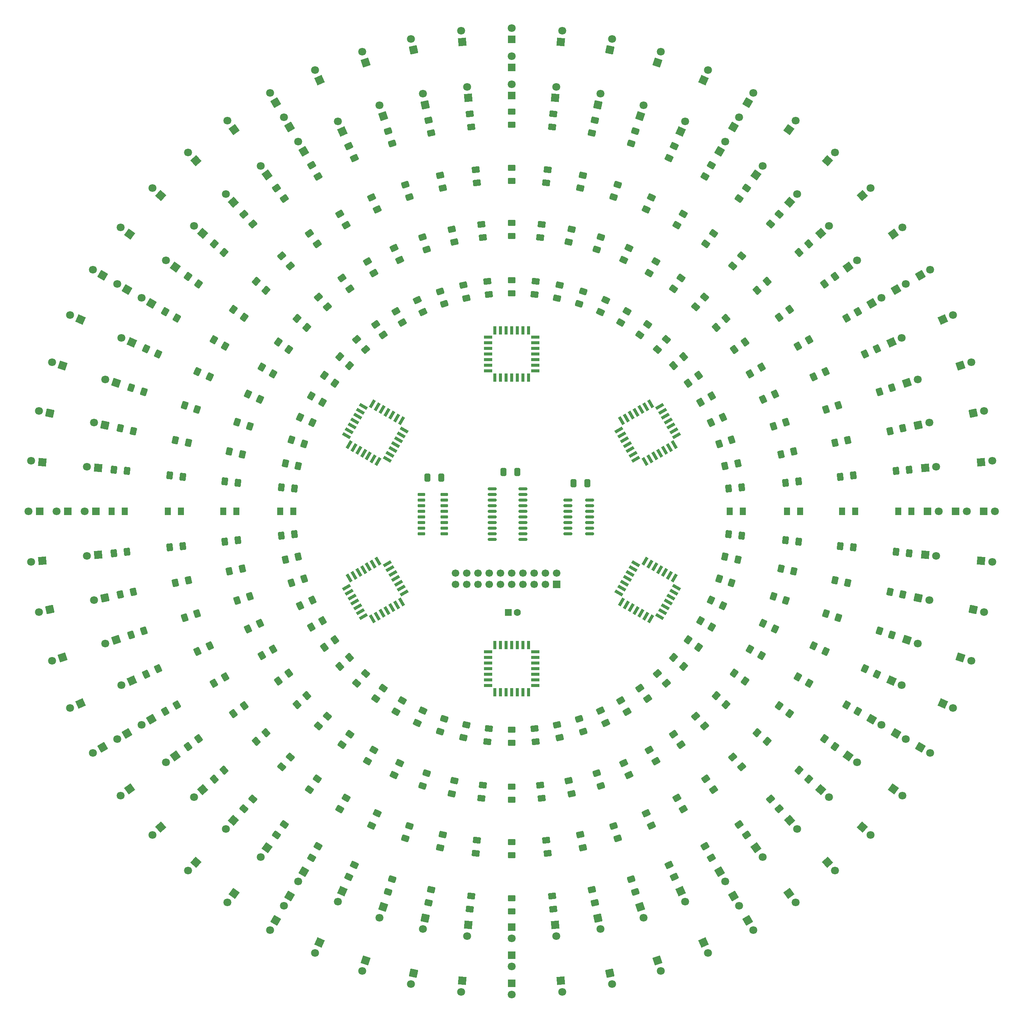
<source format=gbr>
%TF.GenerationSoftware,KiCad,Pcbnew,9.0.7-9.0.7~ubuntu24.04.1*%
%TF.CreationDate,2026-01-21T08:03:13-05:00*%
%TF.ProjectId,LED_clock,4c45445f-636c-46f6-936b-2e6b69636164,rev?*%
%TF.SameCoordinates,Original*%
%TF.FileFunction,Soldermask,Top*%
%TF.FilePolarity,Negative*%
%FSLAX46Y46*%
G04 Gerber Fmt 4.6, Leading zero omitted, Abs format (unit mm)*
G04 Created by KiCad (PCBNEW 9.0.7-9.0.7~ubuntu24.04.1) date 2026-01-21 08:03:13*
%MOMM*%
%LPD*%
G01*
G04 APERTURE LIST*
G04 Aperture macros list*
%AMRoundRect*
0 Rectangle with rounded corners*
0 $1 Rounding radius*
0 $2 $3 $4 $5 $6 $7 $8 $9 X,Y pos of 4 corners*
0 Add a 4 corners polygon primitive as box body*
4,1,4,$2,$3,$4,$5,$6,$7,$8,$9,$2,$3,0*
0 Add four circle primitives for the rounded corners*
1,1,$1+$1,$2,$3*
1,1,$1+$1,$4,$5*
1,1,$1+$1,$6,$7*
1,1,$1+$1,$8,$9*
0 Add four rect primitives between the rounded corners*
20,1,$1+$1,$2,$3,$4,$5,0*
20,1,$1+$1,$4,$5,$6,$7,0*
20,1,$1+$1,$6,$7,$8,$9,0*
20,1,$1+$1,$8,$9,$2,$3,0*%
%AMRotRect*
0 Rectangle, with rotation*
0 The origin of the aperture is its center*
0 $1 length*
0 $2 width*
0 $3 Rotation angle, in degrees counterclockwise*
0 Add horizontal line*
21,1,$1,$2,0,0,$3*%
G04 Aperture macros list end*
%ADD10RotRect,0.700000X1.925000X330.000000*%
%ADD11RotRect,1.925000X0.700000X330.000000*%
%ADD12R,1.925000X0.700000*%
%ADD13R,0.700000X1.925000*%
%ADD14RotRect,0.700000X1.925000X210.000000*%
%ADD15RotRect,1.925000X0.700000X210.000000*%
%ADD16RotRect,0.700000X1.925000X150.000000*%
%ADD17RotRect,1.925000X0.700000X150.000000*%
%ADD18RoundRect,0.250000X0.412500X0.650000X-0.412500X0.650000X-0.412500X-0.650000X0.412500X-0.650000X0*%
%ADD19RotRect,1.800000X1.800000X258.000000*%
%ADD20C,1.800000*%
%ADD21RoundRect,0.250001X0.772515X-0.088036X0.310016X0.713035X-0.772515X0.088036X-0.310016X-0.713035X0*%
%ADD22RoundRect,0.250001X-0.074502X0.773937X-0.761910X0.154993X0.074502X-0.773937X0.761910X-0.154993X0*%
%ADD23RotRect,1.800000X1.800000X150.000000*%
%ADD24RoundRect,0.250001X0.006804X0.777485X-0.741535X0.233785X-0.006804X-0.777485X0.741535X-0.233785X0*%
%ADD25RotRect,1.800000X1.800000X294.000000*%
%ADD26R,1.700000X1.700000*%
%ADD27C,1.700000*%
%ADD28RoundRect,0.250001X-0.773937X-0.074502X-0.154993X-0.761910X0.773937X0.074502X0.154993X0.761910X0*%
%ADD29RoundRect,0.250001X-0.525296X-0.573231X0.394635X-0.669919X0.525296X0.573231X-0.394635X0.669919X0*%
%ADD30RoundRect,0.250001X-0.761910X-0.154993X-0.074502X-0.773937X0.761910X0.154993X0.074502X0.773937X0*%
%ADD31RotRect,1.800000X1.800000X324.000000*%
%ADD32RoundRect,0.250001X0.773937X0.074502X0.154993X0.761910X-0.773937X-0.074502X-0.154993X-0.761910X0*%
%ADD33RoundRect,0.250001X0.632998X0.451489X-0.246727X0.737329X-0.632998X-0.451489X0.246727X-0.737329X0*%
%ADD34RoundRect,0.250001X-0.741535X-0.233785X0.006804X-0.777485X0.741535X0.233785X-0.006804X0.777485X0*%
%ADD35RoundRect,0.250001X-0.233785X0.741535X-0.777485X-0.006804X0.233785X-0.741535X0.777485X0.006804X0*%
%ADD36RotRect,1.800000X1.800000X54.000000*%
%ADD37RotRect,1.800000X1.800000X42.000000*%
%ADD38RotRect,1.800000X1.800000X78.000000*%
%ADD39RoundRect,0.250001X-0.669919X0.394635X-0.573231X-0.525296X0.669919X-0.394635X0.573231X0.525296X0*%
%ADD40RoundRect,0.250001X-0.394635X-0.669919X0.525296X-0.573231X0.394635X0.669919X-0.525296X0.573231X0*%
%ADD41RoundRect,0.250001X-0.310016X0.713035X-0.772515X-0.088036X0.310016X-0.713035X0.772515X0.088036X0*%
%ADD42RoundRect,0.250001X0.382850X-0.676724X0.759080X0.168304X-0.382850X0.676724X-0.759080X-0.168304X0*%
%ADD43RoundRect,0.250001X-0.573231X0.525296X-0.669919X-0.394635X0.573231X-0.525296X0.669919X0.394635X0*%
%ADD44RoundRect,0.250001X0.088036X0.772515X-0.713035X0.310016X-0.088036X-0.772515X0.713035X-0.310016X0*%
%ADD45RoundRect,0.250001X0.246727X0.737329X-0.632998X0.451489X-0.246727X-0.737329X0.632998X-0.451489X0*%
%ADD46RotRect,1.800000X1.800000X144.000000*%
%ADD47RotRect,1.800000X1.800000X204.000000*%
%ADD48RotRect,1.800000X1.800000X30.000000*%
%ADD49RotRect,1.800000X1.800000X84.000000*%
%ADD50RoundRect,0.250001X0.759080X-0.168304X0.382850X0.676724X-0.759080X0.168304X-0.382850X-0.676724X0*%
%ADD51RotRect,1.800000X1.800000X72.000000*%
%ADD52RoundRect,0.250001X-0.777485X0.006804X-0.233785X-0.741535X0.777485X-0.006804X0.233785X0.741535X0*%
%ADD53RoundRect,0.250001X-0.759080X0.168304X-0.382850X-0.676724X0.759080X-0.168304X0.382850X0.676724X0*%
%ADD54RotRect,1.800000X1.800000X318.000000*%
%ADD55RotRect,1.800000X1.800000X60.000000*%
%ADD56RoundRect,0.250001X0.074502X-0.773937X0.761910X-0.154993X-0.074502X0.773937X-0.761910X0.154993X0*%
%ADD57RotRect,1.800000X1.800000X234.000000*%
%ADD58RoundRect,0.250001X-0.088036X-0.772515X0.713035X-0.310016X0.088036X0.772515X-0.713035X0.310016X0*%
%ADD59RotRect,1.800000X1.800000X108.000000*%
%ADD60RotRect,1.800000X1.800000X312.000000*%
%ADD61RotRect,1.800000X1.800000X240.000000*%
%ADD62R,1.800000X1.800000*%
%ADD63RotRect,1.800000X1.800000X228.000000*%
%ADD64RoundRect,0.250001X0.737329X-0.246727X0.451489X0.632998X-0.737329X0.246727X-0.451489X-0.632998X0*%
%ADD65RotRect,1.800000X1.800000X252.000000*%
%ADD66RoundRect,0.250001X-0.006804X-0.777485X0.741535X-0.233785X0.006804X0.777485X-0.741535X0.233785X0*%
%ADD67RoundRect,0.250001X-0.632998X-0.451489X0.246727X-0.737329X0.632998X0.451489X-0.246727X0.737329X0*%
%ADD68RoundRect,0.250001X-0.737329X0.246727X-0.451489X-0.632998X0.737329X-0.246727X0.451489X0.632998X0*%
%ADD69RotRect,1.800000X1.800000X24.000000*%
%ADD70RotRect,1.800000X1.800000X222.000000*%
%ADD71RotRect,1.800000X1.800000X132.000000*%
%ADD72RotRect,1.800000X1.800000X210.000000*%
%ADD73RoundRect,0.250001X0.573231X-0.525296X0.669919X0.394635X-0.573231X0.525296X-0.669919X-0.394635X0*%
%ADD74RoundRect,0.250001X-0.676724X-0.382850X0.168304X-0.759080X0.676724X0.382850X-0.168304X0.759080X0*%
%ADD75RoundRect,0.250001X0.451489X-0.632998X0.737329X0.246727X-0.451489X0.632998X-0.737329X-0.246727X0*%
%ADD76RoundRect,0.250001X-0.624999X0.462499X-0.624999X-0.462499X0.624999X-0.462499X0.624999X0.462499X0*%
%ADD77RotRect,1.800000X1.800000X102.000000*%
%ADD78RoundRect,0.250001X0.741535X0.233785X-0.006804X0.777485X-0.741535X-0.233785X0.006804X-0.777485X0*%
%ADD79RotRect,1.800000X1.800000X138.000000*%
%ADD80RoundRect,0.250001X-0.451489X0.632998X-0.737329X-0.246727X0.451489X-0.632998X0.737329X0.246727X0*%
%ADD81RoundRect,0.250001X0.777485X-0.006804X0.233785X0.741535X-0.777485X0.006804X-0.233785X-0.741535X0*%
%ADD82RoundRect,0.250001X0.310016X-0.713035X0.772515X0.088036X-0.310016X0.713035X-0.772515X-0.088036X0*%
%ADD83RotRect,1.800000X1.800000X192.000000*%
%ADD84RoundRect,0.250001X0.761910X0.154993X0.074502X0.773937X-0.761910X-0.154993X-0.074502X-0.773937X0*%
%ADD85RoundRect,0.250001X0.394635X0.669919X-0.525296X0.573231X-0.394635X-0.669919X0.525296X-0.573231X0*%
%ADD86RoundRect,0.250001X-0.154993X0.761910X-0.773937X0.074502X0.154993X-0.761910X0.773937X-0.074502X0*%
%ADD87RoundRect,0.250001X0.168304X0.759080X-0.676724X0.382850X-0.168304X-0.759080X0.676724X-0.382850X0*%
%ADD88RoundRect,0.250001X-0.772515X0.088036X-0.310016X-0.713035X0.772515X-0.088036X0.310016X0.713035X0*%
%ADD89RotRect,1.800000X1.800000X276.000000*%
%ADD90RoundRect,0.250001X0.233785X-0.741535X0.777485X0.006804X-0.233785X0.741535X-0.777485X-0.006804X0*%
%ADD91RotRect,1.800000X1.800000X48.000000*%
%ADD92RoundRect,0.250001X0.462499X0.624999X-0.462499X0.624999X-0.462499X-0.624999X0.462499X-0.624999X0*%
%ADD93RoundRect,0.250001X-0.713035X-0.310016X0.088036X-0.772515X0.713035X0.310016X-0.088036X0.772515X0*%
%ADD94RotRect,1.800000X1.800000X348.000000*%
%ADD95RotRect,1.800000X1.800000X66.000000*%
%ADD96RotRect,1.800000X1.800000X288.000000*%
%ADD97RotRect,1.800000X1.800000X156.000000*%
%ADD98RoundRect,0.250001X0.669919X-0.394635X0.573231X0.525296X-0.669919X0.394635X-0.573231X-0.525296X0*%
%ADD99RoundRect,0.250001X-0.168304X-0.759080X0.676724X-0.382850X0.168304X0.759080X-0.676724X0.382850X0*%
%ADD100RotRect,1.800000X1.800000X96.000000*%
%ADD101RoundRect,0.250001X0.154993X-0.761910X0.773937X-0.074502X-0.154993X0.761910X-0.773937X0.074502X0*%
%ADD102RotRect,1.800000X1.800000X246.000000*%
%ADD103RotRect,1.800000X1.800000X300.000000*%
%ADD104RotRect,1.800000X1.800000X336.000000*%
%ADD105RotRect,1.800000X1.800000X330.000000*%
%ADD106RoundRect,0.250001X0.707500X-0.322448X0.515182X0.582337X-0.707500X0.322448X-0.515182X-0.582337X0*%
%ADD107RoundRect,0.250001X-0.582337X-0.515182X0.322448X-0.707500X0.582337X0.515182X-0.322448X0.707500X0*%
%ADD108RoundRect,0.250001X0.322448X0.707500X-0.582337X0.515182X-0.322448X-0.707500X0.582337X-0.515182X0*%
%ADD109RotRect,1.800000X1.800000X198.000000*%
%ADD110RoundRect,0.250001X0.676724X0.382850X-0.168304X0.759080X-0.676724X-0.382850X0.168304X-0.759080X0*%
%ADD111RoundRect,0.150000X-0.825000X-0.150000X0.825000X-0.150000X0.825000X0.150000X-0.825000X0.150000X0*%
%ADD112RotRect,1.800000X1.800000X342.000000*%
%ADD113RotRect,1.800000X1.800000X264.000000*%
%ADD114RotRect,1.800000X1.800000X120.000000*%
%ADD115RoundRect,0.250001X-0.462499X-0.624999X0.462499X-0.624999X0.462499X0.624999X-0.462499X0.624999X0*%
%ADD116RotRect,1.800000X1.800000X174.000000*%
%ADD117RoundRect,0.250001X-0.246727X-0.737329X0.632998X-0.451489X0.246727X0.737329X-0.632998X0.451489X0*%
%ADD118RotRect,1.800000X1.800000X36.000000*%
%ADD119RoundRect,0.250001X0.515182X-0.582337X0.707500X0.322448X-0.515182X0.582337X-0.707500X-0.322448X0*%
%ADD120RoundRect,0.250001X-0.382850X0.676724X-0.759080X-0.168304X0.382850X-0.676724X0.759080X0.168304X0*%
%ADD121RotRect,1.800000X1.800000X126.000000*%
%ADD122RotRect,1.800000X1.800000X6.000000*%
%ADD123RoundRect,0.250001X-0.515182X0.582337X-0.707500X-0.322448X0.515182X-0.582337X0.707500X0.322448X0*%
%ADD124RoundRect,0.250001X0.624999X-0.462499X0.624999X0.462499X-0.624999X0.462499X-0.624999X-0.462499X0*%
%ADD125RoundRect,0.250001X-0.707500X0.322448X-0.515182X-0.582337X0.707500X-0.322448X0.515182X0.582337X0*%
%ADD126RotRect,1.800000X1.800000X168.000000*%
%ADD127RoundRect,0.150000X-0.837500X-0.150000X0.837500X-0.150000X0.837500X0.150000X-0.837500X0.150000X0*%
%ADD128RotRect,1.800000X1.800000X12.000000*%
%ADD129RotRect,1.800000X1.800000X282.000000*%
%ADD130RotRect,1.800000X1.800000X354.000000*%
%ADD131RotRect,1.800000X1.800000X216.000000*%
%ADD132RoundRect,0.250001X0.525296X0.573231X-0.394635X0.669919X-0.525296X-0.573231X0.394635X-0.669919X0*%
%ADD133RotRect,1.800000X1.800000X186.000000*%
%ADD134RoundRect,0.250001X0.582337X0.515182X-0.322448X0.707500X-0.582337X-0.515182X0.322448X-0.707500X0*%
%ADD135RoundRect,0.250001X-0.322448X-0.707500X0.582337X-0.515182X0.322448X0.707500X-0.582337X0.515182X0*%
%ADD136RotRect,1.800000X1.800000X114.000000*%
%ADD137RotRect,1.800000X1.800000X162.000000*%
%ADD138RotRect,1.800000X1.800000X18.000000*%
%ADD139RoundRect,0.250001X0.713035X0.310016X-0.088036X0.772515X-0.713035X-0.310016X0.088036X-0.772515X0*%
%ADD140RotRect,1.800000X1.800000X306.000000*%
%ADD141RoundRect,0.250000X-0.550000X-0.550000X0.550000X-0.550000X0.550000X0.550000X-0.550000X0.550000X0*%
%ADD142C,1.600000*%
%ADD143RotRect,0.700000X1.925000X30.000000*%
%ADD144RotRect,1.925000X0.700000X30.000000*%
%ADD145RoundRect,0.150000X-0.725000X-0.150000X0.725000X-0.150000X0.725000X0.150000X-0.725000X0.150000X0*%
G04 APERTURE END LIST*
D10*
%TO.C,U5*%
X287457113Y-190970580D03*
X286357261Y-190335580D03*
X285257408Y-189700580D03*
X284157556Y-189065580D03*
D11*
X282091443Y-189619193D03*
X281456443Y-190719045D03*
X280821443Y-191818898D03*
X280186443Y-192918750D03*
X279551443Y-194018602D03*
X278916443Y-195118455D03*
X278281443Y-196218307D03*
D10*
X278835056Y-198284420D03*
X279934908Y-198919420D03*
X281034761Y-199554420D03*
X282134613Y-200189420D03*
X283234465Y-200824420D03*
X284334318Y-201459420D03*
X285434170Y-202094420D03*
D11*
X287500283Y-201540807D03*
X288135283Y-200440955D03*
X288770283Y-199341102D03*
X289405283Y-198241250D03*
X290040283Y-197141398D03*
X290675283Y-196041545D03*
X291310283Y-194941693D03*
D10*
X290756670Y-192875580D03*
X289656818Y-192240580D03*
X288556965Y-191605580D03*
%TD*%
D12*
%TO.C,U4*%
X259322500Y-213360000D03*
X259322500Y-212090000D03*
X259322500Y-210820000D03*
X259322500Y-209550000D03*
D13*
X257810000Y-208037500D03*
X256540000Y-208037500D03*
X255270000Y-208037500D03*
X254000000Y-208037500D03*
X252730000Y-208037500D03*
X251460000Y-208037500D03*
X250190000Y-208037500D03*
D12*
X248677500Y-209550000D03*
X248677500Y-210820000D03*
X248677500Y-212090000D03*
X248677500Y-213360000D03*
X248677500Y-214630000D03*
X248677500Y-215900000D03*
X248677500Y-217170000D03*
D13*
X250190000Y-218682500D03*
X251460000Y-218682500D03*
X252730000Y-218682500D03*
X254000000Y-218682500D03*
X255270000Y-218682500D03*
X256540000Y-218682500D03*
X257810000Y-218682500D03*
D12*
X259322500Y-217170000D03*
X259322500Y-215900000D03*
X259322500Y-214630000D03*
%TD*%
D14*
%TO.C,U3*%
X225865387Y-200189420D03*
X226965239Y-199554420D03*
X228065092Y-198919420D03*
X229164944Y-198284420D03*
D15*
X229718557Y-196218307D03*
X229083557Y-195118455D03*
X228448557Y-194018602D03*
X227813557Y-192918750D03*
X227178557Y-191818898D03*
X226543557Y-190719045D03*
X225908557Y-189619193D03*
D14*
X223842444Y-189065580D03*
X222742592Y-189700580D03*
X221642739Y-190335580D03*
X220542887Y-190970580D03*
X219443035Y-191605580D03*
X218343182Y-192240580D03*
X217243330Y-192875580D03*
D15*
X216689717Y-194941693D03*
X217324717Y-196041545D03*
X217959717Y-197141398D03*
X218594717Y-198241250D03*
X219229717Y-199341102D03*
X219864717Y-200440955D03*
X220499717Y-201540807D03*
D14*
X222565830Y-202094420D03*
X223665682Y-201459420D03*
X224765535Y-200824420D03*
%TD*%
D16*
%TO.C,U2*%
X220542887Y-164629420D03*
X221642739Y-165264420D03*
X222742592Y-165899420D03*
X223842444Y-166534420D03*
D17*
X225908557Y-165980807D03*
X226543557Y-164880955D03*
X227178557Y-163781102D03*
X227813557Y-162681250D03*
X228448557Y-161581398D03*
X229083557Y-160481545D03*
X229718557Y-159381693D03*
D16*
X229164944Y-157315580D03*
X228065092Y-156680580D03*
X226965239Y-156045580D03*
X225865387Y-155410580D03*
X224765535Y-154775580D03*
X223665682Y-154140580D03*
X222565830Y-153505580D03*
D17*
X220499717Y-154059193D03*
X219864717Y-155159045D03*
X219229717Y-156258898D03*
X218594717Y-157358750D03*
X217959717Y-158458602D03*
X217324717Y-159558455D03*
X216689717Y-160658307D03*
D16*
X217243330Y-162724420D03*
X218343182Y-163359420D03*
X219443035Y-163994420D03*
%TD*%
D12*
%TO.C,U1*%
X248677500Y-142240000D03*
X248677500Y-143510000D03*
X248677500Y-144780000D03*
X248677500Y-146050000D03*
D13*
X250190000Y-147562500D03*
X251460000Y-147562500D03*
X252730000Y-147562500D03*
X254000000Y-147562500D03*
X255270000Y-147562500D03*
X256540000Y-147562500D03*
X257810000Y-147562500D03*
D12*
X259322500Y-146050000D03*
X259322500Y-144780000D03*
X259322500Y-143510000D03*
X259322500Y-142240000D03*
X259322500Y-140970000D03*
X259322500Y-139700000D03*
X259322500Y-138430000D03*
D13*
X257810000Y-136917500D03*
X256540000Y-136917500D03*
X255270000Y-136917500D03*
X254000000Y-136917500D03*
X252730000Y-136917500D03*
X251460000Y-136917500D03*
X250190000Y-136917500D03*
D12*
X248677500Y-138430000D03*
X248677500Y-139700000D03*
X248677500Y-140970000D03*
%TD*%
D18*
%TO.C,C6*%
X255280000Y-168910000D03*
X252155000Y-168910000D03*
%TD*%
%TO.C,C2*%
X271095000Y-171450000D03*
X267970000Y-171450000D03*
%TD*%
%TO.C,C1*%
X238075000Y-170180000D03*
X234950000Y-170180000D03*
%TD*%
D19*
%TO.C,D41*%
X234460459Y-269726312D03*
D20*
X233932363Y-272210807D03*
%TD*%
D21*
%TO.C,D198*%
X222885000Y-123907239D03*
X221397500Y-121330813D03*
%TD*%
D22*
%TO.C,D155*%
X198477792Y-227792420D03*
X196266936Y-229783084D03*
%TD*%
D23*
%TO.C,D23*%
X172610933Y-130810000D03*
D20*
X170411228Y-129540000D03*
%TD*%
D24*
%TO.C,D94*%
X183281802Y-229179778D03*
X180874976Y-230928440D03*
%TD*%
D25*
%TO.C,D47*%
X292225110Y-263655002D03*
D20*
X293258221Y-265975407D03*
%TD*%
D26*
%TO.C,J1*%
X264160000Y-194310000D03*
D27*
X264160000Y-191770000D03*
X261620000Y-194310000D03*
X261620000Y-191770000D03*
X259080000Y-194310000D03*
X259080000Y-191770000D03*
X256540000Y-194310000D03*
X256540000Y-191770000D03*
X254000000Y-194310000D03*
X254000000Y-191770000D03*
X251460000Y-194310000D03*
X251460000Y-191770000D03*
X248920000Y-194310000D03*
X248920000Y-191770000D03*
X246380000Y-194310000D03*
X246380000Y-191770000D03*
X243840000Y-194310000D03*
X243840000Y-191770000D03*
X241300000Y-194310000D03*
X241300000Y-191770000D03*
%TD*%
D28*
%TO.C,D230*%
X295639997Y-224045902D03*
X297630661Y-226256758D03*
%TD*%
D29*
%TO.C,D177*%
X328303217Y-185609583D03*
X331261919Y-185920555D03*
%TD*%
D30*
%TO.C,D171*%
X309522208Y-227792420D03*
X311733064Y-229783084D03*
%TD*%
D31*
%TO.C,D52*%
X330031417Y-233040058D03*
D20*
X332086320Y-234533033D03*
%TD*%
D32*
%TO.C,D260*%
X221003497Y-141153671D03*
X219012833Y-138942815D03*
%TD*%
%TO.C,D200*%
X212360003Y-131554098D03*
X210369339Y-129343242D03*
%TD*%
D33*
%TO.C,D85*%
X170865773Y-150788052D03*
X168036379Y-149868726D03*
%TD*%
D34*
%TO.C,D292*%
X293894650Y-206785160D03*
X296301476Y-208533822D03*
%TD*%
D35*
%TO.C,D97*%
X202620222Y-248518198D03*
X200871560Y-250925024D03*
%TD*%
D36*
%TO.C,D67*%
X309240058Y-101768583D03*
D20*
X310733033Y-99713680D03*
%TD*%
D37*
%TO.C,D365*%
X333278690Y-106417147D03*
D20*
X335166278Y-104717555D03*
%TD*%
D38*
%TO.C,D71*%
X273539541Y-85873688D03*
D20*
X274067637Y-83389193D03*
%TD*%
D39*
%TO.C,D224*%
X260504806Y-239689098D03*
X260815778Y-242647800D03*
%TD*%
D40*
%TO.C,D239*%
X315889098Y-171295194D03*
X318847800Y-170984222D03*
%TD*%
D41*
%TO.C,D278*%
X229343750Y-220505878D03*
X227856250Y-223082304D03*
%TD*%
D42*
%TO.C,D309*%
X274057200Y-132750790D03*
X275267242Y-130032992D03*
%TD*%
D24*
%TO.C,D214*%
X203654873Y-214377876D03*
X201248047Y-216126538D03*
%TD*%
D43*
%TO.C,D102*%
X244862906Y-264733645D03*
X244551934Y-267692347D03*
%TD*%
D44*
%TO.C,D153*%
X189297077Y-215156250D03*
X186720651Y-216643750D03*
%TD*%
D45*
%TO.C,D91*%
X170865773Y-204811948D03*
X168036379Y-205731274D03*
%TD*%
D46*
%TO.C,D322*%
X167694067Y-115095069D03*
D20*
X165639164Y-113602094D03*
%TD*%
D47*
%TO.C,D332*%
X156542971Y-221190665D03*
D20*
X154222566Y-222223776D03*
%TD*%
D48*
%TO.C,D63*%
X335389067Y-130810000D03*
D20*
X337588772Y-129540000D03*
%TD*%
D49*
%TO.C,D72*%
X263823585Y-84334832D03*
D20*
X264089087Y-81808746D03*
%TD*%
D50*
%TO.C,D257*%
X233942800Y-132750790D03*
X232732758Y-130032992D03*
%TD*%
D51*
%TO.C,D70*%
X283041417Y-88419709D03*
D20*
X283826320Y-86004025D03*
%TD*%
D52*
%TO.C,D229*%
X290577876Y-228145127D03*
X292326538Y-230551953D03*
%TD*%
D53*
%TO.C,D167*%
X284388311Y-246053265D03*
X285598353Y-248771063D03*
%TD*%
D54*
%TO.C,D51*%
X323840751Y-240684894D03*
D20*
X325728339Y-242384486D03*
%TD*%
D55*
%TO.C,D68*%
X300990000Y-96410933D03*
D20*
X302260000Y-94211228D03*
%TD*%
D53*
%TO.C,D227*%
X279311221Y-234649934D03*
X280521263Y-237367732D03*
%TD*%
D56*
%TO.C,D185*%
X309522208Y-127807580D03*
X311733064Y-125816916D03*
%TD*%
D57*
%TO.C,D337*%
X191295069Y-264105933D03*
D20*
X189802094Y-266160836D03*
%TD*%
D58*
%TO.C,D243*%
X307892761Y-146685000D03*
X310469187Y-145197500D03*
%TD*%
D50*
%TO.C,D77*%
X218446133Y-97944708D03*
X217236091Y-95226910D03*
%TD*%
D59*
%TO.C,D16*%
X224958583Y-88419709D03*
D20*
X224173680Y-86004025D03*
%TD*%
D60*
%TO.C,D350*%
X325382853Y-257078690D03*
D20*
X327082445Y-258966278D03*
%TD*%
D61*
%TO.C,D38*%
X207010000Y-259189067D03*
D20*
X205740000Y-261388772D03*
%TD*%
D62*
%TO.C,D7*%
X254000000Y-278125000D03*
D20*
X254000000Y-280665000D03*
%TD*%
D62*
%TO.C,D358*%
X360680000Y-177800000D03*
D20*
X363220000Y-177800000D03*
%TD*%
D56*
%TO.C,D125*%
X318960147Y-119309621D03*
X321171003Y-117318957D03*
%TD*%
D63*
%TO.C,D36*%
X191115106Y-247640751D03*
D20*
X189415514Y-249528339D03*
%TD*%
D64*
%TO.C,D196*%
X234769873Y-118615753D03*
X233850547Y-115786359D03*
%TD*%
D65*
%TO.C,D40*%
X224958583Y-267180291D03*
D20*
X224173680Y-269595975D03*
%TD*%
D66*
%TO.C,D184*%
X314443682Y-133885095D03*
X316850508Y-132136433D03*
%TD*%
D39*
%TO.C,D104*%
X263137094Y-264733645D03*
X263448066Y-267692347D03*
%TD*%
D55*
%TO.C,D368*%
X307340000Y-85412410D03*
D20*
X308610000Y-83212705D03*
%TD*%
D67*
%TO.C,D175*%
X325055810Y-200887432D03*
X327885204Y-201806758D03*
%TD*%
D68*
%TO.C,D106*%
X281011948Y-260934227D03*
X281931274Y-263763621D03*
%TD*%
D69*
%TO.C,D62*%
X339855002Y-139574890D03*
D20*
X342175407Y-138541779D03*
%TD*%
D51*
%TO.C,D370*%
X286965933Y-76341291D03*
D20*
X287750836Y-73925607D03*
%TD*%
D52*
%TO.C,D109*%
X305379778Y-248518198D03*
X307128440Y-250925024D03*
%TD*%
D70*
%TO.C,D335*%
X174721310Y-249182853D03*
D20*
X172833722Y-250882445D03*
%TD*%
D71*
%TO.C,D20*%
X191115106Y-107959249D03*
D20*
X189415514Y-106071661D03*
%TD*%
D40*
%TO.C,D119*%
X340933645Y-168662906D03*
X343892347Y-168351934D03*
%TD*%
D72*
%TO.C,D5*%
X167116001Y-227962500D03*
D20*
X164916296Y-229232500D03*
%TD*%
D73*
%TO.C,D132*%
X263137094Y-90866355D03*
X263448066Y-87907653D03*
%TD*%
D74*
%TO.C,D234*%
X310849934Y-203111221D03*
X313567732Y-204321263D03*
%TD*%
D75*
%TO.C,D130*%
X281011948Y-94665773D03*
X281931274Y-91836379D03*
%TD*%
D23*
%TO.C,D323*%
X161612410Y-124460000D03*
D20*
X159412705Y-123190000D03*
%TD*%
D42*
%TO.C,D249*%
X279311221Y-120950066D03*
X280521263Y-118232268D03*
%TD*%
D73*
%TO.C,D192*%
X261809583Y-103496783D03*
X262120555Y-100538081D03*
%TD*%
D76*
%TO.C,D103*%
X254000000Y-265212500D03*
X254000000Y-268187500D03*
%TD*%
D77*
%TO.C,D15*%
X234460459Y-85873688D03*
D20*
X233932363Y-83389193D03*
%TD*%
D69*
%TO.C,D362*%
X351457029Y-134409335D03*
D20*
X353777434Y-133376224D03*
%TD*%
D64*
%TO.C,D136*%
X230912568Y-106744190D03*
X229993242Y-103914796D03*
%TD*%
D78*
%TO.C,D82*%
X183281802Y-126420222D03*
X180874976Y-124671560D03*
%TD*%
D79*
%TO.C,D21*%
X184159249Y-114915106D03*
D20*
X182271661Y-113215514D03*
%TD*%
D24*
%TO.C,D274*%
X214105350Y-206785160D03*
X211698524Y-208533822D03*
%TD*%
D80*
%TO.C,D220*%
X234769873Y-236984247D03*
X233850547Y-239813641D03*
%TD*%
D41*
%TO.C,D158*%
X216643750Y-242502923D03*
X215156250Y-245079349D03*
%TD*%
D44*
%TO.C,D213*%
X200107239Y-208915000D03*
X197530813Y-210402500D03*
%TD*%
D81*
%TO.C,D259*%
X225014840Y-137905350D03*
X223266178Y-135498524D03*
%TD*%
D82*
%TO.C,D128*%
X297706250Y-102098555D03*
X299193750Y-99522129D03*
%TD*%
D83*
%TO.C,D30*%
X162073688Y-197339541D03*
D20*
X159589193Y-197867637D03*
%TD*%
D84*
%TO.C,D81*%
X189039853Y-119309621D03*
X186828997Y-117318957D03*
%TD*%
D81*
%TO.C,D79*%
X202620222Y-107081802D03*
X200871560Y-104674976D03*
%TD*%
D73*
%TO.C,D312*%
X259154560Y-128757639D03*
X259465532Y-125798937D03*
%TD*%
D44*
%TO.C,D273*%
X211294122Y-202456250D03*
X208717696Y-203943750D03*
%TD*%
D32*
%TO.C,D140*%
X204007580Y-122277792D03*
X202016916Y-120066936D03*
%TD*%
D85*
%TO.C,D89*%
X167066355Y-186937094D03*
X164107653Y-187248066D03*
%TD*%
D86*
%TO.C,D156*%
X204007580Y-233322208D03*
X202016916Y-235533064D03*
%TD*%
D87*
%TO.C,D212*%
X197150066Y-203111221D03*
X194432268Y-204321263D03*
%TD*%
D88*
%TO.C,D288*%
X278656250Y-220505878D03*
X280143750Y-223082304D03*
%TD*%
D89*
%TO.C,D44*%
X263823585Y-271265168D03*
D20*
X264089087Y-273791254D03*
%TD*%
D90*
%TO.C,D247*%
X290577876Y-127454873D03*
X292326538Y-125048047D03*
%TD*%
D53*
%TO.C,D107*%
X289553867Y-257655292D03*
X290763909Y-260373090D03*
%TD*%
D91*
%TO.C,D366*%
X325382853Y-98521310D03*
D20*
X327082445Y-96633722D03*
%TD*%
D92*
%TO.C,D88*%
X166587500Y-177800000D03*
X163612500Y-177800000D03*
%TD*%
D30*
%TO.C,D291*%
X290646329Y-210796503D03*
X292857185Y-212787167D03*
%TD*%
D93*
%TO.C,D113*%
X329701445Y-221506250D03*
X332277871Y-222993750D03*
%TD*%
D45*
%TO.C,D151*%
X182944190Y-200887432D03*
X180114796Y-201806758D03*
%TD*%
D94*
%TO.C,D56*%
X345926312Y-197339541D03*
D20*
X348410807Y-197867637D03*
%TD*%
D39*
%TO.C,D164*%
X261809583Y-252103217D03*
X262120555Y-255061919D03*
%TD*%
D95*
%TO.C,D69*%
X292225110Y-91944998D03*
D20*
X293258221Y-89624593D03*
%TD*%
D96*
%TO.C,D46*%
X283041417Y-267180291D03*
D20*
X283826320Y-269595975D03*
%TD*%
D82*
%TO.C,D188*%
X291356250Y-113097077D03*
X292843750Y-110520651D03*
%TD*%
D97*
%TO.C,D324*%
X156542971Y-134409335D03*
D20*
X154222566Y-133376224D03*
%TD*%
D98*
%TO.C,D134*%
X246190417Y-103496783D03*
X245879445Y-100538081D03*
%TD*%
D99*
%TO.C,D302*%
X299049210Y-157742800D03*
X301767008Y-156532758D03*
%TD*%
D88*
%TO.C,D168*%
X291356250Y-242502923D03*
X292843750Y-245079349D03*
%TD*%
D67*
%TO.C,D295*%
X300898974Y-193038400D03*
X303728368Y-193957726D03*
%TD*%
D100*
%TO.C,D314*%
X242848904Y-71704404D03*
D20*
X242583402Y-69178318D03*
%TD*%
D101*
%TO.C,D246*%
X295639997Y-131554098D03*
X297630661Y-129343242D03*
%TD*%
D74*
%TO.C,D294*%
X299049210Y-197857200D03*
X301767008Y-199067242D03*
%TD*%
D63*
%TO.C,D336*%
X182617147Y-257078690D03*
D20*
X180917555Y-258966278D03*
%TD*%
D102*
%TO.C,D39*%
X215774890Y-263655002D03*
D20*
X214741779Y-265975407D03*
%TD*%
D75*
%TO.C,D250*%
X273230127Y-118615753D03*
X274149453Y-115786359D03*
%TD*%
D103*
%TO.C,D48*%
X300990000Y-259189067D03*
D20*
X302260000Y-261388772D03*
%TD*%
D21*
%TO.C,D138*%
X216643750Y-113097077D03*
X215156250Y-110520651D03*
%TD*%
D104*
%TO.C,D54*%
X339855002Y-216025110D03*
D20*
X342175407Y-217058221D03*
%TD*%
D65*
%TO.C,D340*%
X221034067Y-279258709D03*
D20*
X220249164Y-281674393D03*
%TD*%
D98*
%TO.C,D194*%
X247495194Y-115910902D03*
X247184222Y-112952200D03*
%TD*%
D105*
%TO.C,D9*%
X340883999Y-227962500D03*
D20*
X343083704Y-229232500D03*
%TD*%
D106*
%TO.C,D255*%
X243747355Y-129565098D03*
X243128817Y-126655106D03*
%TD*%
D62*
%TO.C,D58*%
X347980000Y-177800000D03*
D20*
X350520000Y-177800000D03*
%TD*%
D107*
%TO.C,D116*%
X339502326Y-195974080D03*
X342412318Y-196592618D03*
%TD*%
D76*
%TO.C,D283*%
X254000000Y-227112500D03*
X254000000Y-230087500D03*
%TD*%
D93*
%TO.C,D233*%
X307892761Y-208915000D03*
X310469187Y-210402500D03*
%TD*%
D108*
%TO.C,D90*%
X168497674Y-195974080D03*
X165587682Y-196592618D03*
%TD*%
D87*
%TO.C,D272*%
X208950790Y-197857200D03*
X206232992Y-199067242D03*
%TD*%
D67*
%TO.C,D115*%
X337134227Y-204811948D03*
X339963621Y-205731274D03*
%TD*%
D59*
%TO.C,D316*%
X221034067Y-76341291D03*
D20*
X220249164Y-73925607D03*
%TD*%
D62*
%TO.C,D328*%
X147320000Y-177800000D03*
D20*
X144780000Y-177800000D03*
%TD*%
D102*
%TO.C,D339*%
X210609335Y-275257029D03*
D20*
X209576224Y-277577434D03*
%TD*%
D81*
%TO.C,D139*%
X210085095Y-117356318D03*
X208336433Y-114949492D03*
%TD*%
D42*
%TO.C,D189*%
X284388311Y-109546735D03*
X285598353Y-106828937D03*
%TD*%
D101*
%TO.C,D126*%
X312490379Y-112839853D03*
X314481043Y-110628997D03*
%TD*%
D109*
%TO.C,D31*%
X164619709Y-206841417D03*
D20*
X162204025Y-207626320D03*
%TD*%
D110*
%TO.C,D264*%
X208950790Y-157742800D03*
X206232992Y-156532758D03*
%TD*%
D111*
%TO.C,U9*%
X266700000Y-175260000D03*
X266700000Y-176530000D03*
X266700000Y-177800000D03*
X266700000Y-179070000D03*
X266700000Y-180340000D03*
X266700000Y-181610000D03*
X266700000Y-182880000D03*
X271650000Y-182880000D03*
X271650000Y-181610000D03*
X271650000Y-180340000D03*
X271650000Y-179070000D03*
X271650000Y-177800000D03*
X271650000Y-176530000D03*
X271650000Y-175260000D03*
%TD*%
D50*
%TO.C,D137*%
X223611689Y-109546735D03*
X222401647Y-106828937D03*
%TD*%
D61*
%TO.C,D338*%
X200660000Y-270187590D03*
D20*
X199390000Y-272387295D03*
%TD*%
D112*
%TO.C,D55*%
X343380291Y-206841417D03*
D20*
X345795975Y-207626320D03*
%TD*%
D113*
%TO.C,D42*%
X244176415Y-271265168D03*
D20*
X243910913Y-273791254D03*
%TD*%
D114*
%TO.C,D318*%
X200660000Y-85412410D03*
D20*
X199390000Y-83212705D03*
%TD*%
D21*
%TO.C,D78*%
X210293750Y-102098555D03*
X208806250Y-99522129D03*
%TD*%
D53*
%TO.C,D287*%
X274057200Y-222849210D03*
X275267242Y-225567008D03*
%TD*%
D115*
%TO.C,D238*%
X316230000Y-177800000D03*
X319205000Y-177800000D03*
%TD*%
D116*
%TO.C,D27*%
X160534832Y-167976415D03*
D20*
X158008746Y-167710913D03*
%TD*%
D75*
%TO.C,D190*%
X277087432Y-106744190D03*
X278006758Y-103914796D03*
%TD*%
D117*
%TO.C,D181*%
X325055810Y-154712568D03*
X327885204Y-153793242D03*
%TD*%
D95*
%TO.C,D369*%
X297390665Y-80342971D03*
D20*
X298423776Y-78022566D03*
%TD*%
D103*
%TO.C,D348*%
X307340000Y-270187590D03*
D20*
X308610000Y-272387295D03*
%TD*%
D118*
%TO.C,D364*%
X340305933Y-115095069D03*
D20*
X342360836Y-113602094D03*
%TD*%
D119*
%TO.C,D311*%
X264252645Y-129565098D03*
X264871183Y-126655106D03*
%TD*%
D78*
%TO.C,D202*%
X203654873Y-141222124D03*
X201248047Y-139473462D03*
%TD*%
D120*
%TO.C,D99*%
X218446133Y-257655292D03*
X217236091Y-260373090D03*
%TD*%
D38*
%TO.C,D371*%
X276180019Y-73451214D03*
D20*
X276708115Y-70966719D03*
%TD*%
D64*
%TO.C,D76*%
X226988052Y-94665773D03*
X226068726Y-91836379D03*
%TD*%
D121*
%TO.C,D19*%
X198759942Y-101768583D03*
D20*
X197266967Y-99713680D03*
%TD*%
D122*
%TO.C,D359*%
X360095596Y-166648904D03*
D20*
X362621682Y-166383402D03*
%TD*%
D122*
%TO.C,D59*%
X347465168Y-167976415D03*
D20*
X349991254Y-167710913D03*
%TD*%
D123*
%TO.C,D281*%
X243747355Y-226034902D03*
X243128817Y-228944894D03*
%TD*%
D118*
%TO.C,D64*%
X330031417Y-122559942D03*
D20*
X332086320Y-121066967D03*
%TD*%
D68*
%TO.C,D166*%
X277087432Y-248855810D03*
X278006758Y-251685204D03*
%TD*%
D50*
%TO.C,D197*%
X228688779Y-120950066D03*
X227478737Y-118232268D03*
%TD*%
D84*
%TO.C,D261*%
X217353671Y-144803497D03*
X215142815Y-142812833D03*
%TD*%
D30*
%TO.C,D231*%
X300245902Y-219439997D03*
X302456758Y-221430661D03*
%TD*%
D43*
%TO.C,D162*%
X246190417Y-252103217D03*
X245879445Y-255061919D03*
%TD*%
D28*
%TO.C,D170*%
X303992420Y-233322208D03*
X305983084Y-235533064D03*
%TD*%
D62*
%TO.C,D13*%
X254000000Y-83820000D03*
D20*
X254000000Y-81280000D03*
%TD*%
D124*
%TO.C,D253*%
X254000000Y-128487500D03*
X254000000Y-125512500D03*
%TD*%
D41*
%TO.C,D218*%
X222885000Y-231692761D03*
X221397500Y-234269187D03*
%TD*%
D33*
%TO.C,D145*%
X182944190Y-154712568D03*
X180114796Y-153793242D03*
%TD*%
D24*
%TO.C,D154*%
X193556318Y-221714905D03*
X191149492Y-223463567D03*
%TD*%
D109*
%TO.C,D331*%
X152541291Y-210765933D03*
D20*
X150125607Y-211550836D03*
%TD*%
D80*
%TO.C,D280*%
X238761600Y-224698974D03*
X237842274Y-227528368D03*
%TD*%
D29*
%TO.C,D117*%
X340933645Y-186937094D03*
X343892347Y-187248066D03*
%TD*%
D79*
%TO.C,D321*%
X174721310Y-106417147D03*
D20*
X172833722Y-104717555D03*
%TD*%
D21*
%TO.C,D258*%
X229343750Y-135094122D03*
X227856250Y-132517696D03*
%TD*%
D73*
%TO.C,D252*%
X260504806Y-115910902D03*
X260815778Y-112952200D03*
%TD*%
D125*
%TO.C,D105*%
X272174080Y-263302326D03*
X272792618Y-266212318D03*
%TD*%
D110*
%TO.C,D204*%
X197150066Y-152488779D03*
X194432268Y-151278737D03*
%TD*%
D35*
%TO.C,D277*%
X225014840Y-217694650D03*
X223266178Y-220101476D03*
%TD*%
D99*
%TO.C,D122*%
X333855292Y-142246133D03*
X336573090Y-141036091D03*
%TD*%
D58*
%TO.C,D183*%
X318702923Y-140443750D03*
X321279349Y-138956250D03*
%TD*%
D35*
%TO.C,D217*%
X217422124Y-228145127D03*
X215673462Y-230551953D03*
%TD*%
D57*
%TO.C,D37*%
X198759942Y-253831417D03*
D20*
X197266967Y-255886320D03*
%TD*%
D80*
%TO.C,D160*%
X230912568Y-248855810D03*
X229993242Y-251685204D03*
%TD*%
D44*
%TO.C,D93*%
X178298555Y-221506250D03*
X175722129Y-222993750D03*
%TD*%
D108*
%TO.C,D150*%
X180920149Y-193333602D03*
X178010157Y-193952140D03*
%TD*%
D39*
%TO.C,D284*%
X259154560Y-226842361D03*
X259465532Y-229801063D03*
%TD*%
D86*
%TO.C,D216*%
X212360003Y-224045902D03*
X210369339Y-226256758D03*
%TD*%
D47*
%TO.C,D32*%
X168144998Y-216025110D03*
D20*
X165824593Y-217058221D03*
%TD*%
D126*
%TO.C,D26*%
X162073688Y-158260459D03*
D20*
X159589193Y-157732363D03*
%TD*%
D115*
%TO.C,D298*%
X303312500Y-177800000D03*
X306287500Y-177800000D03*
%TD*%
D67*
%TO.C,D235*%
X313184247Y-197030127D03*
X316013641Y-197949453D03*
%TD*%
D46*
%TO.C,D22*%
X177968583Y-122559942D03*
D20*
X175913680Y-121066967D03*
%TD*%
D127*
%TO.C,U8*%
X249615000Y-172720000D03*
X249615000Y-173990000D03*
X249615000Y-175260000D03*
X249615000Y-176530000D03*
X249615000Y-177800000D03*
X249615000Y-179070000D03*
X249615000Y-180340000D03*
X249615000Y-181610000D03*
X249615000Y-182880000D03*
X249615000Y-184150000D03*
X256540000Y-184150000D03*
X256540000Y-182880000D03*
X256540000Y-181610000D03*
X256540000Y-180340000D03*
X256540000Y-179070000D03*
X256540000Y-177800000D03*
X256540000Y-176530000D03*
X256540000Y-175260000D03*
X256540000Y-173990000D03*
X256540000Y-172720000D03*
%TD*%
D66*
%TO.C,D124*%
X324718198Y-126420222D03*
X327125024Y-124671560D03*
%TD*%
D128*
%TO.C,D360*%
X358348786Y-155619981D03*
D20*
X360833281Y-155091885D03*
%TD*%
D34*
%TO.C,D112*%
X324718198Y-229179778D03*
X327125024Y-230928440D03*
%TD*%
D129*
%TO.C,D45*%
X273539541Y-269726312D03*
D20*
X274067637Y-272210807D03*
%TD*%
D62*
%TO.C,D4*%
X153675000Y-177800000D03*
D20*
X151135000Y-177800000D03*
%TD*%
D99*
%TO.C,D242*%
X310849934Y-152488779D03*
X313567732Y-151278737D03*
%TD*%
D76*
%TO.C,D163*%
X254000000Y-252512500D03*
X254000000Y-255487500D03*
%TD*%
D28*
%TO.C,D290*%
X286996503Y-214446329D03*
X288987167Y-216657185D03*
%TD*%
D88*
%TO.C,D108*%
X297706250Y-253501445D03*
X299193750Y-256077871D03*
%TD*%
D68*
%TO.C,D286*%
X269238400Y-224698974D03*
X270157726Y-227528368D03*
%TD*%
D82*
%TO.C,D308*%
X278656250Y-135094122D03*
X280143750Y-132517696D03*
%TD*%
D97*
%TO.C,D24*%
X168144998Y-139574890D03*
D20*
X165824593Y-138541779D03*
%TD*%
D34*
%TO.C,D172*%
X314443682Y-221714905D03*
X316850508Y-223463567D03*
%TD*%
D123*
%TO.C,D221*%
X241061656Y-238670124D03*
X240443118Y-241580116D03*
%TD*%
D49*
%TO.C,D372*%
X265151096Y-71704404D03*
D20*
X265416598Y-69178318D03*
%TD*%
D129*
%TO.C,D345*%
X276180019Y-282148786D03*
D20*
X276708115Y-284633281D03*
%TD*%
D90*
%TO.C,D187*%
X297914905Y-117356318D03*
X299663567Y-114949492D03*
%TD*%
D68*
%TO.C,D226*%
X273230127Y-236984247D03*
X274149453Y-239813641D03*
%TD*%
D130*
%TO.C,D57*%
X347465168Y-187623585D03*
D20*
X349991254Y-187889087D03*
%TD*%
D131*
%TO.C,D334*%
X167694067Y-240504931D03*
D20*
X165639164Y-241997906D03*
%TD*%
D45*
%TO.C,D211*%
X194815753Y-197030127D03*
X191986359Y-197949453D03*
%TD*%
D123*
%TO.C,D101*%
X235825920Y-263302326D03*
X235207382Y-266212318D03*
%TD*%
D62*
%TO.C,D10*%
X354325000Y-177800000D03*
D20*
X356865000Y-177800000D03*
%TD*%
D90*
%TO.C,D307*%
X282985160Y-137905350D03*
X284733822Y-135498524D03*
%TD*%
D132*
%TO.C,D267*%
X204957639Y-172645440D03*
X201998937Y-172334468D03*
%TD*%
D103*
%TO.C,D8*%
X304162500Y-264683999D03*
D20*
X305432500Y-266883704D03*
%TD*%
D133*
%TO.C,D329*%
X147904404Y-188951096D03*
D20*
X145378318Y-189216598D03*
%TD*%
D134*
%TO.C,D146*%
X180920149Y-162266398D03*
X178010157Y-161647860D03*
%TD*%
D101*
%TO.C,D306*%
X286996503Y-141153671D03*
X288987167Y-138942815D03*
%TD*%
D135*
%TO.C,D180*%
X327079851Y-162266398D03*
X329989843Y-161647860D03*
%TD*%
D55*
%TO.C,D12*%
X304162500Y-90916001D03*
D20*
X305432500Y-88716296D03*
%TD*%
D45*
%TO.C,D271*%
X207101026Y-193038400D03*
X204271632Y-193957726D03*
%TD*%
D113*
%TO.C,D342*%
X242848904Y-283895596D03*
D20*
X242583402Y-286421682D03*
%TD*%
D121*
%TO.C,D319*%
X191295069Y-91494067D03*
D20*
X189802094Y-89439164D03*
%TD*%
D85*
%TO.C,D149*%
X179696783Y-185609583D03*
X176738081Y-185920555D03*
%TD*%
D136*
%TO.C,D317*%
X210609335Y-80342971D03*
D20*
X209576224Y-78022566D03*
%TD*%
D120*
%TO.C,D279*%
X233942800Y-222849210D03*
X232732758Y-225567008D03*
%TD*%
D82*
%TO.C,D248*%
X285115000Y-123907239D03*
X286602500Y-121330813D03*
%TD*%
D64*
%TO.C,D256*%
X238761600Y-130901026D03*
X237842274Y-128071632D03*
%TD*%
D90*
%TO.C,D127*%
X305379778Y-107081802D03*
X307128440Y-104674976D03*
%TD*%
D85*
%TO.C,D209*%
X192110902Y-184304806D03*
X189152200Y-184615778D03*
%TD*%
D134*
%TO.C,D266*%
X205765098Y-167547355D03*
X202855106Y-166928817D03*
%TD*%
D99*
%TO.C,D182*%
X322253265Y-147411689D03*
X324971063Y-146201647D03*
%TD*%
D28*
%TO.C,D110*%
X312490379Y-242760147D03*
X314481043Y-244971003D03*
%TD*%
D135*
%TO.C,D240*%
X314870124Y-164861656D03*
X317780116Y-164243118D03*
%TD*%
D120*
%TO.C,D219*%
X228688779Y-234649934D03*
X227478737Y-237367732D03*
%TD*%
D106*
%TO.C,D75*%
X235825920Y-92297674D03*
X235207382Y-89387682D03*
%TD*%
D125*
%TO.C,D225*%
X266938344Y-238670124D03*
X267556882Y-241580116D03*
%TD*%
D61*
%TO.C,D6*%
X203837500Y-264683999D03*
D20*
X202567500Y-266883704D03*
%TD*%
D93*
%TO.C,D293*%
X296705878Y-202456250D03*
X299282304Y-203943750D03*
%TD*%
D92*
%TO.C,D268*%
X204687500Y-177800000D03*
X201712500Y-177800000D03*
%TD*%
D80*
%TO.C,D100*%
X226988052Y-260934227D03*
X226068726Y-263763621D03*
%TD*%
D110*
%TO.C,D144*%
X185746735Y-147411689D03*
X183028937Y-146201647D03*
%TD*%
D66*
%TO.C,D244*%
X304345127Y-141222124D03*
X306751953Y-139473462D03*
%TD*%
D29*
%TO.C,D237*%
X315889098Y-184304806D03*
X318847800Y-184615778D03*
%TD*%
D137*
%TO.C,D325*%
X152541291Y-144834067D03*
D20*
X150125607Y-144049164D03*
%TD*%
D75*
%TO.C,D310*%
X269238400Y-130901026D03*
X270157726Y-128071632D03*
%TD*%
D138*
%TO.C,D361*%
X355458709Y-144834067D03*
D20*
X357874393Y-144049164D03*
%TD*%
D132*
%TO.C,D87*%
X167066355Y-168662906D03*
X164107653Y-168351934D03*
%TD*%
D35*
%TO.C,D157*%
X210085095Y-238243682D03*
X208336433Y-240650508D03*
%TD*%
D22*
%TO.C,D215*%
X207754098Y-219439997D03*
X205543242Y-221430661D03*
%TD*%
D128*
%TO.C,D60*%
X345926312Y-158260459D03*
D20*
X348410807Y-157732363D03*
%TD*%
D62*
%TO.C,D313*%
X254000000Y-71120000D03*
D20*
X254000000Y-68580000D03*
%TD*%
D139*
%TO.C,D143*%
X189297077Y-140443750D03*
X186720651Y-138956250D03*
%TD*%
D140*
%TO.C,D349*%
X316704931Y-264105933D03*
D20*
X318197906Y-266160836D03*
%TD*%
D137*
%TO.C,D25*%
X164619709Y-148758583D03*
D20*
X162204025Y-147973680D03*
%TD*%
D34*
%TO.C,D232*%
X304345127Y-214377876D03*
X306751953Y-216126538D03*
%TD*%
D119*
%TO.C,D131*%
X272174080Y-92297674D03*
X272792618Y-89387682D03*
%TD*%
D134*
%TO.C,D86*%
X168497674Y-159625920D03*
X165587682Y-159007382D03*
%TD*%
D124*
%TO.C,D193*%
X254000000Y-115570000D03*
X254000000Y-112595000D03*
%TD*%
D116*
%TO.C,D327*%
X147904404Y-166648904D03*
D20*
X145378318Y-166383402D03*
%TD*%
D100*
%TO.C,D14*%
X244176415Y-84334832D03*
D20*
X243910913Y-81808746D03*
%TD*%
D56*
%TO.C,D245*%
X300245902Y-136160003D03*
X302456758Y-134169339D03*
%TD*%
D72*
%TO.C,D333*%
X161612410Y-231140000D03*
D20*
X159412705Y-232410000D03*
%TD*%
D25*
%TO.C,D347*%
X297390665Y-275257029D03*
D20*
X298423776Y-277577434D03*
%TD*%
D135*
%TO.C,D300*%
X302234902Y-167547355D03*
X305144894Y-166928817D03*
%TD*%
D138*
%TO.C,D61*%
X343380291Y-148758583D03*
D20*
X345795975Y-147973680D03*
%TD*%
D86*
%TO.C,D96*%
X195509621Y-242760147D03*
X193518957Y-244971003D03*
%TD*%
D88*
%TO.C,D228*%
X285115000Y-231692761D03*
X286602500Y-234269187D03*
%TD*%
D40*
%TO.C,D179*%
X328303217Y-169990417D03*
X331261919Y-169679445D03*
%TD*%
D43*
%TO.C,D222*%
X247495194Y-239689098D03*
X247184222Y-242647800D03*
%TD*%
D123*
%TO.C,D161*%
X238466398Y-250879851D03*
X237847860Y-253789843D03*
%TD*%
D41*
%TO.C,D98*%
X210293750Y-253501445D03*
X208806250Y-256077871D03*
%TD*%
D84*
%TO.C,D141*%
X198477792Y-127807580D03*
X196266936Y-125816916D03*
%TD*%
D87*
%TO.C,D92*%
X174144708Y-213353867D03*
X171426910Y-214563909D03*
%TD*%
D107*
%TO.C,D176*%
X327079851Y-193333602D03*
X329989843Y-193952140D03*
%TD*%
D62*
%TO.C,D1*%
X254000000Y-77475000D03*
D20*
X254000000Y-74935000D03*
%TD*%
D52*
%TO.C,D289*%
X282985160Y-217694650D03*
X284733822Y-220101476D03*
%TD*%
D126*
%TO.C,D326*%
X149651214Y-155619981D03*
D20*
X147166719Y-155091885D03*
%TD*%
D107*
%TO.C,D296*%
X302234902Y-188052645D03*
X305144894Y-188671183D03*
%TD*%
D74*
%TO.C,D174*%
X322253265Y-208188311D03*
X324971063Y-209398353D03*
%TD*%
D114*
%TO.C,D18*%
X207010000Y-96410933D03*
D20*
X205740000Y-94211228D03*
%TD*%
D19*
%TO.C,D341*%
X231819981Y-282148786D03*
D20*
X231291885Y-284633281D03*
%TD*%
D42*
%TO.C,D129*%
X289553867Y-97944708D03*
X290763909Y-95226910D03*
%TD*%
D48*
%TO.C,D363*%
X346387590Y-124460000D03*
D20*
X348587295Y-123190000D03*
%TD*%
D70*
%TO.C,D35*%
X184159249Y-240684894D03*
D20*
X182271661Y-242384486D03*
%TD*%
D58*
%TO.C,D123*%
X329701445Y-134093750D03*
X332277871Y-132606250D03*
%TD*%
D117*
%TO.C,D121*%
X337134227Y-150788052D03*
X339963621Y-149868726D03*
%TD*%
D110*
%TO.C,D84*%
X174144708Y-142246133D03*
X171426910Y-141036091D03*
%TD*%
D71*
%TO.C,D320*%
X182617147Y-98521310D03*
D20*
X180917555Y-96633722D03*
%TD*%
D31*
%TO.C,D352*%
X340305933Y-240504931D03*
D20*
X342360836Y-241997906D03*
%TD*%
D92*
%TO.C,D148*%
X179287500Y-177800000D03*
X176312500Y-177800000D03*
%TD*%
D140*
%TO.C,D49*%
X309240058Y-253831417D03*
D20*
X310733033Y-255886320D03*
%TD*%
D117*
%TO.C,D241*%
X313184247Y-158569873D03*
X316013641Y-157650547D03*
%TD*%
D92*
%TO.C,D208*%
X191770000Y-177800000D03*
X188795000Y-177800000D03*
%TD*%
D43*
%TO.C,D282*%
X248845440Y-226842361D03*
X248534468Y-229801063D03*
%TD*%
D125*
%TO.C,D285*%
X264252645Y-226034902D03*
X264871183Y-228944894D03*
%TD*%
D66*
%TO.C,D304*%
X293894650Y-148814840D03*
X296301476Y-147066178D03*
%TD*%
D33*
%TO.C,D205*%
X194815753Y-158569873D03*
X191986359Y-157650547D03*
%TD*%
D62*
%TO.C,D43*%
X254000000Y-271780000D03*
D20*
X254000000Y-274320000D03*
%TD*%
D119*
%TO.C,D251*%
X266938344Y-116929876D03*
X267556882Y-114019884D03*
%TD*%
D48*
%TO.C,D11*%
X340883999Y-127637500D03*
D20*
X343083704Y-126367500D03*
%TD*%
D78*
%TO.C,D262*%
X214105350Y-148814840D03*
X211698524Y-147066178D03*
%TD*%
D94*
%TO.C,D356*%
X358348786Y-199980019D03*
D20*
X360833281Y-200508115D03*
%TD*%
D125*
%TO.C,D165*%
X269533602Y-250879851D03*
X270152140Y-253789843D03*
%TD*%
D36*
%TO.C,D367*%
X316704931Y-91494067D03*
D20*
X318197906Y-89439164D03*
%TD*%
D96*
%TO.C,D346*%
X286965933Y-279258709D03*
D20*
X287750836Y-281674393D03*
%TD*%
D93*
%TO.C,D173*%
X318702923Y-215156250D03*
X321279349Y-216643750D03*
%TD*%
D141*
%TO.C,C10*%
X253270000Y-200660000D03*
D142*
X255270000Y-200660000D03*
%TD*%
D139*
%TO.C,D263*%
X211294122Y-153143750D03*
X208717696Y-151656250D03*
%TD*%
D76*
%TO.C,D223*%
X254000000Y-240030000D03*
X254000000Y-243005000D03*
%TD*%
D135*
%TO.C,D120*%
X339502326Y-159625920D03*
X342412318Y-159007382D03*
%TD*%
D52*
%TO.C,D169*%
X297914905Y-238243682D03*
X299663567Y-240650508D03*
%TD*%
D62*
%TO.C,D343*%
X254000000Y-284480000D03*
D20*
X254000000Y-287020000D03*
%TD*%
D30*
%TO.C,D111*%
X318960147Y-236290379D03*
X321171003Y-238281043D03*
%TD*%
D131*
%TO.C,D34*%
X177968583Y-233040058D03*
D20*
X175913680Y-234533033D03*
%TD*%
D134*
%TO.C,D206*%
X193129876Y-164861656D03*
X190219884Y-164243118D03*
%TD*%
D112*
%TO.C,D355*%
X355458709Y-210765933D03*
D20*
X357874393Y-211550836D03*
%TD*%
D120*
%TO.C,D159*%
X223611689Y-246053265D03*
X222401647Y-248771063D03*
%TD*%
D115*
%TO.C,D118*%
X341412500Y-177800000D03*
X344387500Y-177800000D03*
%TD*%
D105*
%TO.C,D53*%
X335389067Y-224790000D03*
D20*
X337588772Y-226060000D03*
%TD*%
D139*
%TO.C,D83*%
X178298555Y-134093750D03*
X175722129Y-132606250D03*
%TD*%
D85*
%TO.C,D269*%
X204957639Y-182954560D03*
X201998937Y-183265532D03*
%TD*%
D106*
%TO.C,D195*%
X241061656Y-116929876D03*
X240443118Y-114019884D03*
%TD*%
D83*
%TO.C,D330*%
X149651214Y-199980019D03*
D20*
X147166719Y-200508115D03*
%TD*%
D81*
%TO.C,D199*%
X217422124Y-127454873D03*
X215673462Y-125048047D03*
%TD*%
D32*
%TO.C,D80*%
X195509621Y-112839853D03*
X193518957Y-110628997D03*
%TD*%
D132*
%TO.C,D147*%
X179696783Y-169990417D03*
X176738081Y-169679445D03*
%TD*%
D62*
%TO.C,D28*%
X160020000Y-177800000D03*
D20*
X157480000Y-177800000D03*
%TD*%
D77*
%TO.C,D315*%
X231819981Y-73451214D03*
D20*
X231291885Y-70966719D03*
%TD*%
D84*
%TO.C,D201*%
X207754098Y-136160003D03*
X205543242Y-134169339D03*
%TD*%
D54*
%TO.C,D351*%
X333278690Y-249182853D03*
D20*
X335166278Y-250882445D03*
%TD*%
D23*
%TO.C,D3*%
X167116001Y-127637500D03*
D20*
X164916296Y-126367500D03*
%TD*%
D136*
%TO.C,D17*%
X215774890Y-91944998D03*
D20*
X214741779Y-89624593D03*
%TD*%
D119*
%TO.C,D191*%
X269533602Y-104720149D03*
X270152140Y-101810157D03*
%TD*%
D143*
%TO.C,U6*%
X282134613Y-155410580D03*
X281034761Y-156045580D03*
X279934908Y-156680580D03*
X278835056Y-157315580D03*
D144*
X278281443Y-159381693D03*
X278916443Y-160481545D03*
X279551443Y-161581398D03*
X280186443Y-162681250D03*
X280821443Y-163781102D03*
X281456443Y-164880955D03*
X282091443Y-165980807D03*
D143*
X284157556Y-166534420D03*
X285257408Y-165899420D03*
X286357261Y-165264420D03*
X287457113Y-164629420D03*
X288556965Y-163994420D03*
X289656818Y-163359420D03*
X290756670Y-162724420D03*
D144*
X291310283Y-160658307D03*
X290675283Y-159558455D03*
X290040283Y-158458602D03*
X289405283Y-157358750D03*
X288770283Y-156258898D03*
X288135283Y-155159045D03*
X287500283Y-154059193D03*
D143*
X285434170Y-153505580D03*
X284334318Y-154140580D03*
X283234465Y-154775580D03*
%TD*%
D145*
%TO.C,U7*%
X233610000Y-173990000D03*
X233610000Y-175260000D03*
X233610000Y-176530000D03*
X233610000Y-177800000D03*
X233610000Y-179070000D03*
X233610000Y-180340000D03*
X233610000Y-181610000D03*
X233610000Y-182880000D03*
X238760000Y-182880000D03*
X238760000Y-181610000D03*
X238760000Y-180340000D03*
X238760000Y-179070000D03*
X238760000Y-177800000D03*
X238760000Y-176530000D03*
X238760000Y-175260000D03*
X238760000Y-173990000D03*
%TD*%
D139*
%TO.C,D203*%
X200107239Y-146685000D03*
X197530813Y-145197500D03*
%TD*%
D106*
%TO.C,D135*%
X238466398Y-104720149D03*
X237847860Y-101810157D03*
%TD*%
D124*
%TO.C,D133*%
X254000000Y-103087500D03*
X254000000Y-100112500D03*
%TD*%
D58*
%TO.C,D303*%
X296705878Y-153143750D03*
X299282304Y-151656250D03*
%TD*%
D108*
%TO.C,D270*%
X205765098Y-188052645D03*
X202855106Y-188671183D03*
%TD*%
D89*
%TO.C,D344*%
X265151096Y-283895596D03*
D20*
X265416598Y-286421682D03*
%TD*%
D108*
%TO.C,D210*%
X193129876Y-190738344D03*
X190219884Y-191356882D03*
%TD*%
D104*
%TO.C,D354*%
X351457029Y-221190665D03*
D20*
X353777434Y-222223776D03*
%TD*%
D86*
%TO.C,D276*%
X221003497Y-214446329D03*
X219012833Y-216657185D03*
%TD*%
D72*
%TO.C,D33*%
X172610933Y-224790000D03*
D20*
X170411228Y-226060000D03*
%TD*%
D37*
%TO.C,D65*%
X323840751Y-114915106D03*
D20*
X325728339Y-113215514D03*
%TD*%
D115*
%TO.C,D178*%
X328712500Y-177800000D03*
X331687500Y-177800000D03*
%TD*%
D117*
%TO.C,D301*%
X300898974Y-162561600D03*
X303728368Y-161642274D03*
%TD*%
D105*
%TO.C,D353*%
X346387590Y-231140000D03*
D20*
X348587295Y-232410000D03*
%TD*%
D22*
%TO.C,D95*%
X189039853Y-236290379D03*
X186828997Y-238281043D03*
%TD*%
D56*
%TO.C,D305*%
X290646329Y-144803497D03*
X292857185Y-142812833D03*
%TD*%
D22*
%TO.C,D275*%
X217353671Y-210796503D03*
X215142815Y-212787167D03*
%TD*%
D114*
%TO.C,D2*%
X203837500Y-90916001D03*
D20*
X202567500Y-88716296D03*
%TD*%
D98*
%TO.C,D254*%
X248845440Y-128757639D03*
X248534468Y-125798937D03*
%TD*%
D101*
%TO.C,D186*%
X303992420Y-122277792D03*
X305983084Y-120066936D03*
%TD*%
D133*
%TO.C,D29*%
X160534832Y-187623585D03*
D20*
X158008746Y-187889087D03*
%TD*%
D78*
%TO.C,D142*%
X193556318Y-133885095D03*
X191149492Y-132136433D03*
%TD*%
D74*
%TO.C,D114*%
X333855292Y-213353867D03*
X336573090Y-214563909D03*
%TD*%
D33*
%TO.C,D265*%
X207101026Y-162561600D03*
X204271632Y-161642274D03*
%TD*%
D107*
%TO.C,D236*%
X314870124Y-190738344D03*
X317780116Y-191356882D03*
%TD*%
D40*
%TO.C,D299*%
X303042361Y-172645440D03*
X306001063Y-172334468D03*
%TD*%
D130*
%TO.C,D357*%
X360095596Y-188951096D03*
D20*
X362621682Y-189216598D03*
%TD*%
D132*
%TO.C,D207*%
X192110902Y-171295194D03*
X189152200Y-170984222D03*
%TD*%
D91*
%TO.C,D66*%
X316884894Y-107959249D03*
D20*
X318584486Y-106071661D03*
%TD*%
D124*
%TO.C,D73*%
X254000000Y-90387500D03*
X254000000Y-87412500D03*
%TD*%
D29*
%TO.C,D297*%
X303042361Y-182954560D03*
X306001063Y-183265532D03*
%TD*%
D60*
%TO.C,D50*%
X316884894Y-247640751D03*
D20*
X318584486Y-249528339D03*
%TD*%
D87*
%TO.C,D152*%
X185746735Y-208188311D03*
X183028937Y-209398353D03*
%TD*%
D98*
%TO.C,D74*%
X244862906Y-90866355D03*
X244551934Y-87907653D03*
%TD*%
M02*

</source>
